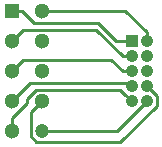
<source format=gtl>
G04 #@! TF.FileFunction,Copper,L1,Top,Signal*
%FSLAX46Y46*%
G04 Gerber Fmt 4.6, Leading zero omitted, Abs format (unit mm)*
G04 Created by KiCad (PCBNEW 4.0.3-stable) date Thursday, December 22, 2016 'PMt' 07:44:13 PM*
%MOMM*%
%LPD*%
G01*
G04 APERTURE LIST*
%ADD10C,0.100000*%
%ADD11R,1.050000X1.050000*%
%ADD12C,1.050000*%
%ADD13R,1.300000X1.300000*%
%ADD14C,1.300000*%
%ADD15C,1.200000*%
%ADD16C,0.250000*%
G04 APERTURE END LIST*
D10*
D11*
X137160000Y-101600000D03*
D12*
X137160000Y-102870000D03*
X137160000Y-104140000D03*
X137160000Y-105410000D03*
X137160000Y-106680000D03*
X138430000Y-102870000D03*
X138430000Y-104140000D03*
X138430000Y-105410000D03*
X138430000Y-106680000D03*
X138430000Y-101600000D03*
D13*
X127000000Y-99060000D03*
D14*
X129540000Y-99060000D03*
X127000000Y-101600000D03*
X129540000Y-101600000D03*
X127000000Y-104140000D03*
X129540000Y-104140000D03*
X127000000Y-106680000D03*
X129540000Y-106680000D03*
X127000000Y-109220000D03*
D15*
X129540000Y-109220000D03*
D16*
X134279999Y-100035001D02*
X135844998Y-101600000D01*
X135844998Y-101600000D02*
X137160000Y-101600000D01*
X127000000Y-99060000D02*
X127900000Y-99060000D01*
X127900000Y-99060000D02*
X128875001Y-100035001D01*
X128875001Y-100035001D02*
X134279999Y-100035001D01*
X127000000Y-101600000D02*
X127975001Y-100624999D01*
X127975001Y-100624999D02*
X134172537Y-100624999D01*
X134172537Y-100624999D02*
X136417538Y-102870000D01*
X136417538Y-102870000D02*
X137160000Y-102870000D01*
X127000000Y-104140000D02*
X127975001Y-103164999D01*
X127975001Y-103164999D02*
X135442537Y-103164999D01*
X135442537Y-103164999D02*
X136417538Y-104140000D01*
X136417538Y-104140000D02*
X137160000Y-104140000D01*
X137160000Y-105410000D02*
X137160000Y-105348052D01*
X136926949Y-105115001D02*
X128564999Y-105115001D01*
X137160000Y-105348052D02*
X136926949Y-105115001D01*
X128564999Y-105115001D02*
X127000000Y-106680000D01*
X127000000Y-109220000D02*
X127000000Y-108123002D01*
X127000000Y-108123002D02*
X128270000Y-106853002D01*
X128270000Y-106853002D02*
X128270000Y-106506998D01*
X128270000Y-106506998D02*
X129071999Y-105704999D01*
X136184999Y-105704999D02*
X136635001Y-106155001D01*
X129071999Y-105704999D02*
X136184999Y-105704999D01*
X136635001Y-106155001D02*
X137160000Y-106680000D01*
X129540000Y-106680000D02*
X128614999Y-107605001D01*
X128614999Y-107605001D02*
X128614999Y-109664001D01*
X128614999Y-109664001D02*
X129095999Y-110145001D01*
X129095999Y-110145001D02*
X136223001Y-110145001D01*
X136223001Y-110145001D02*
X139280001Y-107088001D01*
X139280001Y-107088001D02*
X139280001Y-106260001D01*
X139280001Y-106260001D02*
X138954999Y-105934999D01*
X138954999Y-105934999D02*
X138430000Y-105410000D01*
X129540000Y-109220000D02*
X135890000Y-109220000D01*
X135890000Y-109220000D02*
X138430000Y-106680000D01*
X129540000Y-99060000D02*
X136632462Y-99060000D01*
X136632462Y-99060000D02*
X138430000Y-100857538D01*
X138430000Y-100857538D02*
X138430000Y-101600000D01*
M02*

</source>
